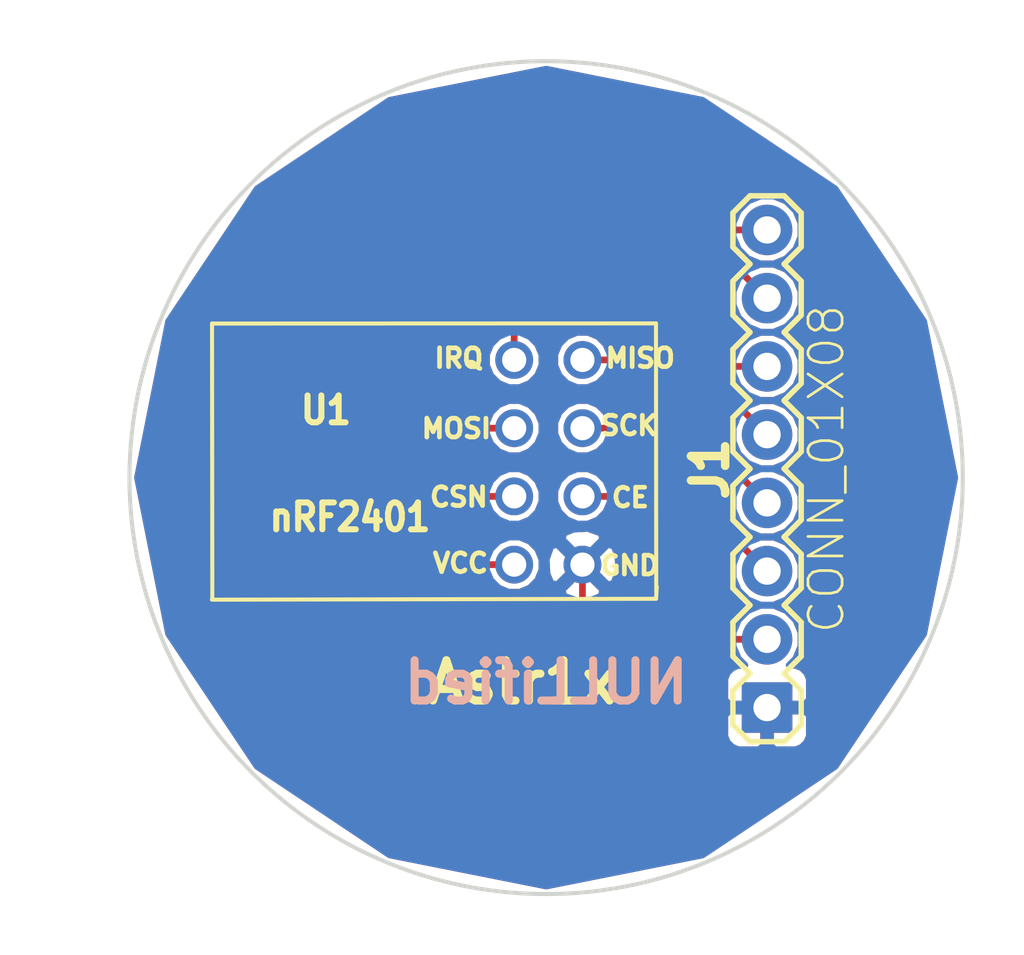
<source format=kicad_pcb>
(kicad_pcb (version 4) (host pcbnew 4.0.6-e0-6349~53~ubuntu16.04.1)

  (general
    (links 8)
    (no_connects 0)
    (area 145.712673 89.832673 176.867327 120.987327)
    (thickness 1.6)
    (drawings 3)
    (tracks 40)
    (zones 0)
    (modules 2)
    (nets 9)
  )

  (page A4)
  (layers
    (0 F.Cu signal)
    (31 B.Cu signal)
    (32 B.Adhes user)
    (33 F.Adhes user)
    (34 B.Paste user)
    (35 F.Paste user)
    (36 B.SilkS user)
    (37 F.SilkS user)
    (38 B.Mask user)
    (39 F.Mask user)
    (40 Dwgs.User user)
    (41 Cmts.User user)
    (42 Eco1.User user)
    (43 Eco2.User user)
    (44 Edge.Cuts user)
    (45 Margin user)
    (46 B.CrtYd user)
    (47 F.CrtYd user)
    (48 B.Fab user)
    (49 F.Fab user)
  )

  (setup
    (last_trace_width 0.25)
    (trace_clearance 0.2)
    (zone_clearance 0.1)
    (zone_45_only no)
    (trace_min 0.2)
    (segment_width 0.2)
    (edge_width 0.15)
    (via_size 0.6)
    (via_drill 0.4)
    (via_min_size 0.4)
    (via_min_drill 0.3)
    (uvia_size 0.3)
    (uvia_drill 0.1)
    (uvias_allowed no)
    (uvia_min_size 0.2)
    (uvia_min_drill 0.1)
    (pcb_text_width 0.3)
    (pcb_text_size 1.5 1.5)
    (mod_edge_width 0.15)
    (mod_text_size 1 1)
    (mod_text_width 0.15)
    (pad_size 1.524 1.524)
    (pad_drill 0.762)
    (pad_to_mask_clearance 0.2)
    (aux_axis_origin 0 0)
    (visible_elements FFFFF77F)
    (pcbplotparams
      (layerselection 0x00030_80000001)
      (usegerberextensions false)
      (excludeedgelayer true)
      (linewidth 0.100000)
      (plotframeref false)
      (viasonmask false)
      (mode 1)
      (useauxorigin false)
      (hpglpennumber 1)
      (hpglpenspeed 20)
      (hpglpendiameter 15)
      (hpglpenoverlay 2)
      (psnegative false)
      (psa4output false)
      (plotreference true)
      (plotvalue true)
      (plotinvisibletext false)
      (padsonsilk false)
      (subtractmaskfromsilk false)
      (outputformat 1)
      (mirror false)
      (drillshape 1)
      (scaleselection 1)
      (outputdirectory ""))
  )

  (net 0 "")
  (net 1 "Net-(J1-Pad1)")
  (net 2 "Net-(J1-Pad2)")
  (net 3 "Net-(J1-Pad3)")
  (net 4 "Net-(J1-Pad4)")
  (net 5 "Net-(J1-Pad5)")
  (net 6 "Net-(J1-Pad6)")
  (net 7 "Net-(J1-Pad7)")
  (net 8 "Net-(J1-Pad8)")

  (net_class Default "This is the default net class."
    (clearance 0.2)
    (trace_width 0.25)
    (via_dia 0.6)
    (via_drill 0.4)
    (uvia_dia 0.3)
    (uvia_drill 0.1)
    (add_net "Net-(J1-Pad1)")
    (add_net "Net-(J1-Pad2)")
    (add_net "Net-(J1-Pad3)")
    (add_net "Net-(J1-Pad4)")
    (add_net "Net-(J1-Pad5)")
    (add_net "Net-(J1-Pad6)")
    (add_net "Net-(J1-Pad7)")
    (add_net "Net-(J1-Pad8)")
  )

  (module "nRF24 breakout board_IoT_Bootcamp:8-Pin Header_1X08" (layer F.Cu) (tedit 59490DC2) (tstamp 59490D04)
    (at 169.4 105.1 90)
    (path /594908A2)
    (attr virtual)
    (fp_text reference J1 (at 0.01 -2.02 90) (layer F.SilkS)
      (effects (font (size 1.27 1.27) (thickness 0.3175)))
    )
    (fp_text value CONN_01X08 (at 0.01 2.32 270) (layer F.SilkS)
      (effects (font (size 1.27 1.27) (thickness 0.1016)))
    )
    (fp_line (start 6.116 0.364) (end 6.624 0.364) (layer Dwgs.User) (width 0.06604))
    (fp_line (start 6.624 0.364) (end 6.624 -0.144) (layer Dwgs.User) (width 0.06604))
    (fp_line (start 6.116 -0.144) (end 6.624 -0.144) (layer Dwgs.User) (width 0.06604))
    (fp_line (start 6.116 0.364) (end 6.116 -0.144) (layer Dwgs.User) (width 0.06604))
    (fp_line (start 3.576 0.364) (end 4.084 0.364) (layer Dwgs.User) (width 0.06604))
    (fp_line (start 4.084 0.364) (end 4.084 -0.144) (layer Dwgs.User) (width 0.06604))
    (fp_line (start 3.576 -0.144) (end 4.084 -0.144) (layer Dwgs.User) (width 0.06604))
    (fp_line (start 3.576 0.364) (end 3.576 -0.144) (layer Dwgs.User) (width 0.06604))
    (fp_line (start 1.036 0.364) (end 1.544 0.364) (layer Dwgs.User) (width 0.06604))
    (fp_line (start 1.544 0.364) (end 1.544 -0.144) (layer Dwgs.User) (width 0.06604))
    (fp_line (start 1.036 -0.144) (end 1.544 -0.144) (layer Dwgs.User) (width 0.06604))
    (fp_line (start 1.036 0.364) (end 1.036 -0.144) (layer Dwgs.User) (width 0.06604))
    (fp_line (start -1.504 0.364) (end -0.996 0.364) (layer Dwgs.User) (width 0.06604))
    (fp_line (start -0.996 0.364) (end -0.996 -0.144) (layer Dwgs.User) (width 0.06604))
    (fp_line (start -1.504 -0.144) (end -0.996 -0.144) (layer Dwgs.User) (width 0.06604))
    (fp_line (start -1.504 0.364) (end -1.504 -0.144) (layer Dwgs.User) (width 0.06604))
    (fp_line (start -4.044 0.364) (end -3.536 0.364) (layer Dwgs.User) (width 0.06604))
    (fp_line (start -3.536 0.364) (end -3.536 -0.144) (layer Dwgs.User) (width 0.06604))
    (fp_line (start -4.044 -0.144) (end -3.536 -0.144) (layer Dwgs.User) (width 0.06604))
    (fp_line (start -4.044 0.364) (end -4.044 -0.144) (layer Dwgs.User) (width 0.06604))
    (fp_line (start -6.584 0.364) (end -6.076 0.364) (layer Dwgs.User) (width 0.06604))
    (fp_line (start -6.076 0.364) (end -6.076 -0.144) (layer Dwgs.User) (width 0.06604))
    (fp_line (start -6.584 -0.144) (end -6.076 -0.144) (layer Dwgs.User) (width 0.06604))
    (fp_line (start -6.584 0.364) (end -6.584 -0.144) (layer Dwgs.User) (width 0.06604))
    (fp_line (start -9.124 0.364) (end -8.616 0.364) (layer Dwgs.User) (width 0.06604))
    (fp_line (start -8.616 0.364) (end -8.616 -0.144) (layer Dwgs.User) (width 0.06604))
    (fp_line (start -9.124 -0.144) (end -8.616 -0.144) (layer Dwgs.User) (width 0.06604))
    (fp_line (start -9.124 0.364) (end -9.124 -0.144) (layer Dwgs.User) (width 0.06604))
    (fp_line (start 8.65346 0.364) (end 9.164 0.364) (layer Dwgs.User) (width 0.06604))
    (fp_line (start 9.164 0.364) (end 9.164 -0.144) (layer Dwgs.User) (width 0.06604))
    (fp_line (start 8.65346 -0.144) (end 9.164 -0.144) (layer Dwgs.User) (width 0.06604))
    (fp_line (start 8.65346 0.364) (end 8.65346 -0.144) (layer Dwgs.User) (width 0.06604))
    (fp_line (start 5.735 -1.16) (end 7.005 -1.16) (layer F.SilkS) (width 0.2032))
    (fp_line (start 7.005 -1.16) (end 7.64 -0.525) (layer F.SilkS) (width 0.2032))
    (fp_line (start 7.64 0.745) (end 7.005 1.38) (layer F.SilkS) (width 0.2032))
    (fp_line (start 2.56 -0.525) (end 3.195 -1.16) (layer F.SilkS) (width 0.2032))
    (fp_line (start 3.195 -1.16) (end 4.465 -1.16) (layer F.SilkS) (width 0.2032))
    (fp_line (start 4.465 -1.16) (end 5.1 -0.525) (layer F.SilkS) (width 0.2032))
    (fp_line (start 5.1 0.745) (end 4.465 1.38) (layer F.SilkS) (width 0.2032))
    (fp_line (start 4.465 1.38) (end 3.195 1.38) (layer F.SilkS) (width 0.2032))
    (fp_line (start 3.195 1.38) (end 2.56 0.745) (layer F.SilkS) (width 0.2032))
    (fp_line (start 5.735 -1.16) (end 5.1 -0.525) (layer F.SilkS) (width 0.2032))
    (fp_line (start 5.1 0.745) (end 5.735 1.38) (layer F.SilkS) (width 0.2032))
    (fp_line (start 7.005 1.38) (end 5.735 1.38) (layer F.SilkS) (width 0.2032))
    (fp_line (start -1.885 -1.16) (end -0.615 -1.16) (layer F.SilkS) (width 0.2032))
    (fp_line (start -0.615 -1.16) (end 0.02 -0.525) (layer F.SilkS) (width 0.2032))
    (fp_line (start 0.02 0.745) (end -0.615 1.38) (layer F.SilkS) (width 0.2032))
    (fp_line (start 0.02 -0.525) (end 0.655 -1.16) (layer F.SilkS) (width 0.2032))
    (fp_line (start 0.655 -1.16) (end 1.925 -1.16) (layer F.SilkS) (width 0.2032))
    (fp_line (start 1.925 -1.16) (end 2.56 -0.525) (layer F.SilkS) (width 0.2032))
    (fp_line (start 2.56 0.745) (end 1.925 1.38) (layer F.SilkS) (width 0.2032))
    (fp_line (start 1.925 1.38) (end 0.655 1.38) (layer F.SilkS) (width 0.2032))
    (fp_line (start 0.655 1.38) (end 0.02 0.745) (layer F.SilkS) (width 0.2032))
    (fp_line (start -5.06 -0.525) (end -4.425 -1.16) (layer F.SilkS) (width 0.2032))
    (fp_line (start -4.425 -1.16) (end -3.155 -1.16) (layer F.SilkS) (width 0.2032))
    (fp_line (start -3.155 -1.16) (end -2.52 -0.525) (layer F.SilkS) (width 0.2032))
    (fp_line (start -2.52 0.745) (end -3.155 1.38) (layer F.SilkS) (width 0.2032))
    (fp_line (start -3.155 1.38) (end -4.425 1.38) (layer F.SilkS) (width 0.2032))
    (fp_line (start -4.425 1.38) (end -5.06 0.745) (layer F.SilkS) (width 0.2032))
    (fp_line (start -1.885 -1.16) (end -2.52 -0.525) (layer F.SilkS) (width 0.2032))
    (fp_line (start -2.52 0.745) (end -1.885 1.38) (layer F.SilkS) (width 0.2032))
    (fp_line (start -0.615 1.38) (end -1.885 1.38) (layer F.SilkS) (width 0.2032))
    (fp_line (start -9.505 -1.16) (end -8.235 -1.16) (layer F.SilkS) (width 0.2032))
    (fp_line (start -8.235 -1.16) (end -7.6 -0.525) (layer F.SilkS) (width 0.2032))
    (fp_line (start -7.6 0.745) (end -8.235 1.38) (layer F.SilkS) (width 0.2032))
    (fp_line (start -7.6 -0.525) (end -6.965 -1.16) (layer F.SilkS) (width 0.2032))
    (fp_line (start -6.965 -1.16) (end -5.695 -1.16) (layer F.SilkS) (width 0.2032))
    (fp_line (start -5.695 -1.16) (end -5.06 -0.525) (layer F.SilkS) (width 0.2032))
    (fp_line (start -5.06 0.745) (end -5.695 1.38) (layer F.SilkS) (width 0.2032))
    (fp_line (start -5.695 1.38) (end -6.965 1.38) (layer F.SilkS) (width 0.2032))
    (fp_line (start -6.965 1.38) (end -7.6 0.745) (layer F.SilkS) (width 0.2032))
    (fp_line (start -10.14 -0.525) (end -10.14 0.745) (layer F.SilkS) (width 0.2032))
    (fp_line (start -9.505 -1.16) (end -10.14 -0.525) (layer F.SilkS) (width 0.2032))
    (fp_line (start -10.14 0.745) (end -9.505 1.38) (layer F.SilkS) (width 0.2032))
    (fp_line (start -8.235 1.38) (end -9.505 1.38) (layer F.SilkS) (width 0.2032))
    (fp_line (start 8.275 -1.16) (end 9.545 -1.16) (layer F.SilkS) (width 0.2032))
    (fp_line (start 9.545 -1.16) (end 10.18 -0.525) (layer F.SilkS) (width 0.2032))
    (fp_line (start 10.18 -0.525) (end 10.18 0.745) (layer F.SilkS) (width 0.2032))
    (fp_line (start 10.18 0.745) (end 9.545 1.38) (layer F.SilkS) (width 0.2032))
    (fp_line (start 8.275 -1.16) (end 7.64 -0.525) (layer F.SilkS) (width 0.2032))
    (fp_line (start 7.64 0.745) (end 8.275 1.38) (layer F.SilkS) (width 0.2032))
    (fp_line (start 9.545 1.38) (end 8.275 1.38) (layer F.SilkS) (width 0.2032))
    (pad 1 thru_hole rect (at -8.87 0.11 90) (size 1.8796 1.8796) (drill 1.016) (layers *.Cu *.Paste *.Mask)
      (net 1 "Net-(J1-Pad1)"))
    (pad 2 thru_hole circle (at -6.33 0.11 90) (size 1.8796 1.8796) (drill 1.016) (layers *.Cu *.Paste *.Mask)
      (net 2 "Net-(J1-Pad2)"))
    (pad 3 thru_hole circle (at -3.79 0.11 90) (size 1.8796 1.8796) (drill 1.016) (layers *.Cu *.Paste *.Mask)
      (net 3 "Net-(J1-Pad3)"))
    (pad 4 thru_hole circle (at -1.25 0.11 90) (size 1.8796 1.8796) (drill 1.016) (layers *.Cu *.Paste *.Mask)
      (net 4 "Net-(J1-Pad4)"))
    (pad 5 thru_hole circle (at 1.29 0.11 90) (size 1.8796 1.8796) (drill 1.016) (layers *.Cu *.Paste *.Mask)
      (net 5 "Net-(J1-Pad5)"))
    (pad 6 thru_hole circle (at 3.83 0.11 90) (size 1.8796 1.8796) (drill 1.016) (layers *.Cu *.Paste *.Mask)
      (net 6 "Net-(J1-Pad6)"))
    (pad 7 thru_hole circle (at 6.37 0.11 90) (size 1.8796 1.8796) (drill 1.016) (layers *.Cu *.Paste *.Mask)
      (net 7 "Net-(J1-Pad7)"))
    (pad 8 thru_hole circle (at 8.91 0.11 90) (size 1.8796 1.8796) (drill 1.016) (layers *.Cu *.Paste *.Mask)
      (net 8 "Net-(J1-Pad8)"))
  )

  (module "nRF24 breakout board_IoT_Bootcamp:NRF24 Module" (layer F.Cu) (tedit 59473A65) (tstamp 59490D1D)
    (at 148.5011 105.0036)
    (descr "Module with PCB aerial.Some dimensions should be measured - silkscreen is approximate, hole diameter unknown.")
    (path /594901E0)
    (fp_text reference U1 (at 4.5974 -2.10312) (layer F.SilkS)
      (effects (font (size 1 0.9) (thickness 0.225)))
    )
    (fp_text value nRF2401 (at 5.49148 1.8796) (layer F.SilkS)
      (effects (font (size 1 0.9) (thickness 0.225)))
    )
    (fp_text user VCC (at 9.6 3.59) (layer F.SilkS)
      (effects (font (size 0.7 0.7) (thickness 0.175)))
    )
    (fp_text user CSN (at 9.54 1.13) (layer F.SilkS)
      (effects (font (size 0.7 0.7) (thickness 0.175)))
    )
    (fp_text user MOSI (at 9.45 -1.42) (layer F.SilkS)
      (effects (font (size 0.7 0.7) (thickness 0.175)))
    )
    (fp_text user IRQ (at 9.54 -4.04) (layer F.SilkS)
      (effects (font (size 0.7 0.7) (thickness 0.175)))
    )
    (fp_text user MISO (at 16.29 -4.04) (layer F.SilkS)
      (effects (font (size 0.7 0.7) (thickness 0.175)))
    )
    (fp_text user SCK (at 15.87 -1.53) (layer F.SilkS)
      (effects (font (size 0.7 0.7) (thickness 0.175)))
    )
    (fp_text user CE (at 15.92 1.15) (layer F.SilkS)
      (effects (font (size 0.7 0.7) (thickness 0.175)))
    )
    (fp_text user GND (at 15.9 3.68) (layer F.SilkS)
      (effects (font (size 0.7 0.7) (thickness 0.175)))
    )
    (fp_line (start 16.8783 4.91744) (end 16.90624 4.4704) (layer F.SilkS) (width 0.15))
    (fp_line (start 0.3556 4.95046) (end 16.8783 4.91744) (layer F.SilkS) (width 0.15))
    (fp_line (start 16.87576 -5.334) (end 16.88592 4.65328) (layer F.SilkS) (width 0.15))
    (fp_line (start 0.35814 -5.32892) (end 16.87576 -5.334) (layer F.SilkS) (width 0.15))
    (fp_line (start 0.3683 4.94538) (end 0.35814 -5.32892) (layer F.SilkS) (width 0.15))
    (pad 0 thru_hole circle (at 14.140259 3.645701 90) (size 1.408 1.408) (drill 0.9) (layers *.Cu *.Mask)
      (net 1 "Net-(J1-Pad1)"))
    (pad 7 thru_hole circle (at 11.600259 3.645701 90) (size 1.408 1.408) (drill 0.9) (layers *.Cu *.Mask)
      (net 8 "Net-(J1-Pad8)"))
    (pad 1 thru_hole circle (at 14.140259 1.105701 90) (size 1.408 1.408) (drill 0.9) (layers *.Cu *.Mask)
      (net 2 "Net-(J1-Pad2)"))
    (pad 6 thru_hole circle (at 11.600259 1.105701 180) (size 1.408 1.408) (drill 0.9) (layers *.Cu *.Mask)
      (net 7 "Net-(J1-Pad7)"))
    (pad 2 thru_hole circle (at 14.140259 -1.434299 90) (size 1.408 1.408) (drill 0.9) (layers *.Cu *.Mask)
      (net 3 "Net-(J1-Pad3)"))
    (pad 5 thru_hole circle (at 11.600259 -1.434299 90) (size 1.408 1.408) (drill 0.9) (layers *.Cu *.Mask)
      (net 6 "Net-(J1-Pad6)"))
    (pad 3 thru_hole circle (at 14.140259 -3.974299 90) (size 1.408 1.408) (drill 0.9) (layers *.Cu *.Mask)
      (net 4 "Net-(J1-Pad4)"))
    (pad 4 thru_hole circle (at 11.600259 -3.974299 90) (size 1.408 1.408) (drill 0.9) (layers *.Cu *.Mask)
      (net 5 "Net-(J1-Pad5)"))
  )

  (gr_circle (center 161.29 105.41) (end 170.18 118.11) (layer Edge.Cuts) (width 0.15))
  (gr_text NULLified (at 161.29 113.03) (layer B.SilkS)
    (effects (font (size 1.5 1.5) (thickness 0.3)) (justify mirror))
  )
  (gr_text Astr1x (at 160.4 113.03) (layer F.SilkS)
    (effects (font (size 1.5 1.5) (thickness 0.3)))
  )

  (segment (start 162.641359 108.649301) (end 162.641359 110.541359) (width 0.25) (layer F.Cu) (net 1))
  (segment (start 162.641359 110.541359) (end 166 113.9) (width 0.25) (layer F.Cu) (net 1) (tstamp 59491916))
  (segment (start 166 113.9) (end 169.44 113.9) (width 0.25) (layer F.Cu) (net 1) (tstamp 59491917))
  (segment (start 169.44 113.9) (end 169.51 113.97) (width 0.25) (layer F.Cu) (net 1) (tstamp 59491919))
  (segment (start 162.641359 106.109301) (end 164.309301 106.109301) (width 0.25) (layer F.Cu) (net 2))
  (segment (start 164.309301 106.109301) (end 166.2 108) (width 0.25) (layer F.Cu) (net 2) (tstamp 59491897))
  (segment (start 166.2 108) (end 166.2 110.3) (width 0.25) (layer F.Cu) (net 2) (tstamp 59491899))
  (segment (start 166.2 110.3) (end 167.33 111.43) (width 0.25) (layer F.Cu) (net 2) (tstamp 5949189B))
  (segment (start 167.33 111.43) (end 169.51 111.43) (width 0.25) (layer F.Cu) (net 2) (tstamp 5949189C))
  (segment (start 162.641359 103.569301) (end 165.469301 103.569301) (width 0.25) (layer F.Cu) (net 3))
  (segment (start 165.469301 103.569301) (end 167.3 105.4) (width 0.25) (layer F.Cu) (net 3) (tstamp 594918A8))
  (segment (start 167.3 105.4) (end 167.3 106.68) (width 0.25) (layer F.Cu) (net 3) (tstamp 594918A9))
  (segment (start 167.3 106.68) (end 169.51 108.89) (width 0.25) (layer F.Cu) (net 3) (tstamp 594918AB))
  (segment (start 162.641359 101.029301) (end 165.629301 101.029301) (width 0.25) (layer F.Cu) (net 4))
  (segment (start 165.629301 101.029301) (end 166.285 101.685) (width 0.25) (layer F.Cu) (net 4) (tstamp 594918AF))
  (segment (start 166.285 101.685) (end 167.6 103) (width 0.25) (layer F.Cu) (net 4) (tstamp 5949F0C2))
  (segment (start 167.6 103) (end 167.6 104.44) (width 0.25) (layer F.Cu) (net 4) (tstamp 594918B1))
  (segment (start 167.6 104.44) (end 169.51 106.35) (width 0.25) (layer F.Cu) (net 4) (tstamp 594918B2))
  (segment (start 160.101359 101.029301) (end 160.101359 99.141359) (width 0.25) (layer F.Cu) (net 5) (status 400000))
  (segment (start 164.76 99.06) (end 169.51 103.81) (width 0.25) (layer F.Cu) (net 5) (tstamp 5949F0D3) (status 800000))
  (segment (start 160.182718 99.06) (end 164.76 99.06) (width 0.25) (layer F.Cu) (net 5) (tstamp 5949F0CF))
  (segment (start 160.101359 99.141359) (end 160.182718 99.06) (width 0.25) (layer F.Cu) (net 5) (tstamp 5949F0CB))
  (segment (start 160.101359 103.569301) (end 158.669301 103.569301) (width 0.25) (layer F.Cu) (net 6))
  (segment (start 158.669301 103.569301) (end 158 102.9) (width 0.25) (layer F.Cu) (net 6) (tstamp 594918FC))
  (segment (start 158 102.9) (end 158 99) (width 0.25) (layer F.Cu) (net 6) (tstamp 594918FE))
  (segment (start 158 99) (end 159.1 97.9) (width 0.25) (layer F.Cu) (net 6) (tstamp 594918FF))
  (segment (start 159.1 97.9) (end 164.8 97.9) (width 0.25) (layer F.Cu) (net 6) (tstamp 59491900))
  (segment (start 164.8 97.9) (end 168.17 101.27) (width 0.25) (layer F.Cu) (net 6) (tstamp 59491901))
  (segment (start 168.17 101.27) (end 169.51 101.27) (width 0.25) (layer F.Cu) (net 6) (tstamp 59491902))
  (segment (start 160.101359 106.109301) (end 158.009301 106.109301) (width 0.25) (layer F.Cu) (net 7))
  (segment (start 158.009301 106.109301) (end 156.6 104.7) (width 0.25) (layer F.Cu) (net 7) (tstamp 59491909))
  (segment (start 156.6 104.7) (end 156.6 98.3) (width 0.25) (layer F.Cu) (net 7) (tstamp 5949190B))
  (segment (start 156.6 98.3) (end 157.8 97.1) (width 0.25) (layer F.Cu) (net 7) (tstamp 5949190D))
  (segment (start 157.8 97.1) (end 167.88 97.1) (width 0.25) (layer F.Cu) (net 7) (tstamp 5949190F))
  (segment (start 167.88 97.1) (end 169.51 98.73) (width 0.25) (layer F.Cu) (net 7) (tstamp 59491911))
  (segment (start 160.101359 108.649301) (end 157.449301 108.649301) (width 0.25) (layer F.Cu) (net 8))
  (segment (start 157.449301 108.649301) (end 155.4 106.6) (width 0.25) (layer F.Cu) (net 8) (tstamp 594918C9))
  (segment (start 155.4 106.6) (end 155.4 97.1) (width 0.25) (layer F.Cu) (net 8) (tstamp 594918CA))
  (segment (start 155.4 97.1) (end 156.31 96.19) (width 0.25) (layer F.Cu) (net 8) (tstamp 594918CB))
  (segment (start 156.31 96.19) (end 169.51 96.19) (width 0.25) (layer F.Cu) (net 8) (tstamp 594918CC))

  (zone (net 1) (net_name "Net-(J1-Pad1)") (layer F.Cu) (tstamp 5949EE34) (hatch edge 0.508)
    (connect_pads (clearance 0.1))
    (min_thickness 0.254)
    (fill yes (arc_segments 16) (thermal_gap 0.4) (thermal_bridge_width 0.508))
    (polygon
      (pts
        (xy 177.8 121.92) (xy 142.24 121.92) (xy 142.24 88.9) (xy 177.8 88.9) (xy 177.8 121.92)
      )
    )
    (filled_polygon
      (pts
        (xy 167.106913 91.36673) (xy 172.038254 94.661746) (xy 175.33327 99.593087) (xy 176.490326 105.41) (xy 175.33327 111.226913)
        (xy 172.038254 116.158254) (xy 167.106913 119.45327) (xy 161.29 120.610326) (xy 155.473087 119.45327) (xy 150.541746 116.158254)
        (xy 149.270534 114.25575) (xy 167.9352 114.25575) (xy 167.9352 115.036109) (xy 168.031873 115.269498) (xy 168.210501 115.448127)
        (xy 168.44389 115.5448) (xy 169.22425 115.5448) (xy 169.383 115.38605) (xy 169.383 114.097) (xy 169.637 114.097)
        (xy 169.637 115.38605) (xy 169.79575 115.5448) (xy 170.57611 115.5448) (xy 170.809499 115.448127) (xy 170.988127 115.269498)
        (xy 171.0848 115.036109) (xy 171.0848 114.25575) (xy 170.92605 114.097) (xy 169.637 114.097) (xy 169.383 114.097)
        (xy 168.09395 114.097) (xy 167.9352 114.25575) (xy 149.270534 114.25575) (xy 147.24673 111.226913) (xy 146.089674 105.41)
        (xy 147.24673 99.593087) (xy 148.912557 97.1) (xy 154.948 97.1) (xy 154.948 106.6) (xy 154.982406 106.772973)
        (xy 155.080388 106.919612) (xy 157.129689 108.968913) (xy 157.276328 109.066895) (xy 157.449301 109.101301) (xy 159.172578 109.101301)
        (xy 159.22681 109.232552) (xy 159.516582 109.52283) (xy 159.895381 109.680121) (xy 160.305538 109.680479) (xy 160.530622 109.587476)
        (xy 161.882789 109.587476) (xy 161.94512 109.823657) (xy 162.447525 110.000703) (xy 162.979438 109.972011) (xy 163.337598 109.823657)
        (xy 163.399929 109.587476) (xy 162.641359 108.828906) (xy 161.882789 109.587476) (xy 160.530622 109.587476) (xy 160.68461 109.52385)
        (xy 160.974888 109.234078) (xy 161.132179 108.855279) (xy 161.132527 108.455467) (xy 161.289957 108.455467) (xy 161.318649 108.98738)
        (xy 161.467003 109.34554) (xy 161.703184 109.407871) (xy 162.461754 108.649301) (xy 162.820964 108.649301) (xy 163.579534 109.407871)
        (xy 163.815715 109.34554) (xy 163.992761 108.843135) (xy 163.964069 108.311222) (xy 163.815715 107.953062) (xy 163.579534 107.890731)
        (xy 162.820964 108.649301) (xy 162.461754 108.649301) (xy 161.703184 107.890731) (xy 161.467003 107.953062) (xy 161.289957 108.455467)
        (xy 161.132527 108.455467) (xy 161.132537 108.445122) (xy 160.975908 108.06605) (xy 160.686136 107.775772) (xy 160.530452 107.711126)
        (xy 161.882789 107.711126) (xy 162.641359 108.469696) (xy 163.399929 107.711126) (xy 163.337598 107.474945) (xy 162.835193 107.297899)
        (xy 162.30328 107.326591) (xy 161.94512 107.474945) (xy 161.882789 107.711126) (xy 160.530452 107.711126) (xy 160.307337 107.618481)
        (xy 159.89718 107.618123) (xy 159.518108 107.774752) (xy 159.22783 108.064524) (xy 159.172696 108.197301) (xy 157.636525 108.197301)
        (xy 155.852 106.412776) (xy 155.852 98.3) (xy 156.148 98.3) (xy 156.148 104.7) (xy 156.182406 104.872973)
        (xy 156.280388 105.019612) (xy 157.689689 106.428914) (xy 157.836328 106.526895) (xy 158.009301 106.561301) (xy 159.172578 106.561301)
        (xy 159.22681 106.692552) (xy 159.516582 106.98283) (xy 159.895381 107.140121) (xy 160.305538 107.140479) (xy 160.68461 106.98385)
        (xy 160.974888 106.694078) (xy 161.132179 106.315279) (xy 161.13218 106.31348) (xy 161.610181 106.31348) (xy 161.76681 106.692552)
        (xy 162.056582 106.98283) (xy 162.435381 107.140121) (xy 162.845538 107.140479) (xy 163.22461 106.98385) (xy 163.514888 106.694078)
        (xy 163.570022 106.561301) (xy 164.122077 106.561301) (xy 165.748 108.187224) (xy 165.748 110.3) (xy 165.782406 110.472973)
        (xy 165.880388 110.619612) (xy 167.010388 111.749612) (xy 167.157027 111.847594) (xy 167.33 111.882) (xy 168.326083 111.882)
        (xy 168.435433 112.146647) (xy 168.683553 112.3952) (xy 168.44389 112.3952) (xy 168.210501 112.491873) (xy 168.031873 112.670502)
        (xy 167.9352 112.903891) (xy 167.9352 113.68425) (xy 168.09395 113.843) (xy 169.383 113.843) (xy 169.383 113.823)
        (xy 169.637 113.823) (xy 169.637 113.843) (xy 170.92605 113.843) (xy 171.0848 113.68425) (xy 171.0848 112.903891)
        (xy 170.988127 112.670502) (xy 170.809499 112.491873) (xy 170.57611 112.3952) (xy 170.336205 112.3952) (xy 170.583314 112.148521)
        (xy 170.77658 111.683088) (xy 170.777019 111.179123) (xy 170.584567 110.713353) (xy 170.228521 110.356686) (xy 169.763088 110.16342)
        (xy 169.259123 110.162981) (xy 168.793353 110.355433) (xy 168.436686 110.711479) (xy 168.326016 110.978) (xy 167.517224 110.978)
        (xy 166.652 110.112776) (xy 166.652 108) (xy 166.617594 107.827027) (xy 166.519612 107.680388) (xy 164.628913 105.789689)
        (xy 164.482274 105.691707) (xy 164.309301 105.657301) (xy 163.57014 105.657301) (xy 163.515908 105.52605) (xy 163.226136 105.235772)
        (xy 162.847337 105.078481) (xy 162.43718 105.078123) (xy 162.058108 105.234752) (xy 161.76783 105.524524) (xy 161.610539 105.903323)
        (xy 161.610181 106.31348) (xy 161.13218 106.31348) (xy 161.132537 105.905122) (xy 160.975908 105.52605) (xy 160.686136 105.235772)
        (xy 160.307337 105.078481) (xy 159.89718 105.078123) (xy 159.518108 105.234752) (xy 159.22783 105.524524) (xy 159.172696 105.657301)
        (xy 158.196526 105.657301) (xy 157.052 104.512776) (xy 157.052 98.487224) (xy 157.987224 97.552) (xy 158.822873 97.552)
        (xy 158.780388 97.580388) (xy 157.680388 98.680388) (xy 157.582406 98.827027) (xy 157.548 99) (xy 157.548 102.9)
        (xy 157.582406 103.072973) (xy 157.680388 103.219612) (xy 158.349689 103.888914) (xy 158.496328 103.986895) (xy 158.669301 104.021301)
        (xy 159.172578 104.021301) (xy 159.22681 104.152552) (xy 159.516582 104.44283) (xy 159.895381 104.600121) (xy 160.305538 104.600479)
        (xy 160.68461 104.44385) (xy 160.974888 104.154078) (xy 161.132179 103.775279) (xy 161.132537 103.365122) (xy 160.975908 102.98605)
        (xy 160.686136 102.695772) (xy 160.307337 102.538481) (xy 159.89718 102.538123) (xy 159.518108 102.694752) (xy 159.22783 102.984524)
        (xy 159.172696 103.117301) (xy 158.856526 103.117301) (xy 158.452 102.712776) (xy 158.452 99.187224) (xy 159.287224 98.352)
        (xy 164.612776 98.352) (xy 164.895785 98.635009) (xy 164.76 98.608) (xy 160.182718 98.608) (xy 160.009745 98.642406)
        (xy 159.863106 98.740388) (xy 159.781747 98.821747) (xy 159.683765 98.968386) (xy 159.649359 99.141359) (xy 159.649359 100.10052)
        (xy 159.518108 100.154752) (xy 159.22783 100.444524) (xy 159.070539 100.823323) (xy 159.070181 101.23348) (xy 159.22681 101.612552)
        (xy 159.516582 101.90283) (xy 159.895381 102.060121) (xy 160.305538 102.060479) (xy 160.68461 101.90385) (xy 160.974888 101.614078)
        (xy 161.132179 101.235279) (xy 161.132537 100.825122) (xy 160.975908 100.44605) (xy 160.686136 100.155772) (xy 160.553359 100.100638)
        (xy 160.553359 99.512) (xy 164.572776 99.512) (xy 165.640256 100.57948) (xy 165.629301 100.577301) (xy 163.57014 100.577301)
        (xy 163.515908 100.44605) (xy 163.226136 100.155772) (xy 162.847337 99.998481) (xy 162.43718 99.998123) (xy 162.058108 100.154752)
        (xy 161.76783 100.444524) (xy 161.610539 100.823323) (xy 161.610181 101.23348) (xy 161.76681 101.612552) (xy 162.056582 101.90283)
        (xy 162.435381 102.060121) (xy 162.845538 102.060479) (xy 163.22461 101.90385) (xy 163.514888 101.614078) (xy 163.570022 101.481301)
        (xy 165.442077 101.481301) (xy 165.965387 102.004612) (xy 165.96539 102.004614) (xy 167.148 103.187224) (xy 167.148 104.44)
        (xy 167.182406 104.612973) (xy 167.243237 104.704012) (xy 165.788913 103.249689) (xy 165.642274 103.151707) (xy 165.469301 103.117301)
        (xy 163.57014 103.117301) (xy 163.515908 102.98605) (xy 163.226136 102.695772) (xy 162.847337 102.538481) (xy 162.43718 102.538123)
        (xy 162.058108 102.694752) (xy 161.76783 102.984524) (xy 161.610539 103.363323) (xy 161.610181 103.77348) (xy 161.76681 104.152552)
        (xy 162.056582 104.44283) (xy 162.435381 104.600121) (xy 162.845538 104.600479) (xy 163.22461 104.44385) (xy 163.514888 104.154078)
        (xy 163.570022 104.021301) (xy 165.282077 104.021301) (xy 166.848 105.587225) (xy 166.848 106.68) (xy 166.882406 106.852973)
        (xy 166.980388 106.999612) (xy 168.353232 108.372456) (xy 168.24342 108.636912) (xy 168.242981 109.140877) (xy 168.435433 109.606647)
        (xy 168.791479 109.963314) (xy 169.256912 110.15658) (xy 169.760877 110.157019) (xy 170.226647 109.964567) (xy 170.583314 109.608521)
        (xy 170.77658 109.143088) (xy 170.777019 108.639123) (xy 170.584567 108.173353) (xy 170.228521 107.816686) (xy 169.763088 107.62342)
        (xy 169.259123 107.622981) (xy 168.992409 107.733185) (xy 167.752 106.492776) (xy 167.752 105.4) (xy 167.717594 105.227027)
        (xy 167.667462 105.152) (xy 167.656763 105.135987) (xy 168.353232 105.832456) (xy 168.24342 106.096912) (xy 168.242981 106.600877)
        (xy 168.435433 107.066647) (xy 168.791479 107.423314) (xy 169.256912 107.61658) (xy 169.760877 107.617019) (xy 170.226647 107.424567)
        (xy 170.583314 107.068521) (xy 170.77658 106.603088) (xy 170.777019 106.099123) (xy 170.584567 105.633353) (xy 170.228521 105.276686)
        (xy 169.763088 105.08342) (xy 169.259123 105.082981) (xy 168.992409 105.193185) (xy 168.052 104.252776) (xy 168.052 103)
        (xy 168.049821 102.989046) (xy 168.353232 103.292457) (xy 168.24342 103.556912) (xy 168.242981 104.060877) (xy 168.435433 104.526647)
        (xy 168.791479 104.883314) (xy 169.256912 105.07658) (xy 169.760877 105.077019) (xy 170.226647 104.884567) (xy 170.583314 104.528521)
        (xy 170.77658 104.063088) (xy 170.777019 103.559123) (xy 170.584567 103.093353) (xy 170.228521 102.736686) (xy 169.763088 102.54342)
        (xy 169.259123 102.542981) (xy 168.992409 102.653185) (xy 168.034216 101.694991) (xy 168.17 101.722) (xy 168.326083 101.722)
        (xy 168.435433 101.986647) (xy 168.791479 102.343314) (xy 169.256912 102.53658) (xy 169.760877 102.537019) (xy 170.226647 102.344567)
        (xy 170.583314 101.988521) (xy 170.77658 101.523088) (xy 170.777019 101.019123) (xy 170.584567 100.553353) (xy 170.228521 100.196686)
        (xy 169.763088 100.00342) (xy 169.259123 100.002981) (xy 168.793353 100.195433) (xy 168.436686 100.551479) (xy 168.335173 100.795949)
        (xy 165.119612 97.580388) (xy 165.077127 97.552) (xy 167.692776 97.552) (xy 168.353232 98.212456) (xy 168.24342 98.476912)
        (xy 168.242981 98.980877) (xy 168.435433 99.446647) (xy 168.791479 99.803314) (xy 169.256912 99.99658) (xy 169.760877 99.997019)
        (xy 170.226647 99.804567) (xy 170.583314 99.448521) (xy 170.77658 98.983088) (xy 170.777019 98.479123) (xy 170.584567 98.013353)
        (xy 170.228521 97.656686) (xy 169.763088 97.46342) (xy 169.259123 97.462981) (xy 168.992409 97.573185) (xy 168.199612 96.780388)
        (xy 168.052973 96.682406) (xy 167.88 96.648) (xy 157.8 96.648) (xy 157.627027 96.682406) (xy 157.480388 96.780388)
        (xy 156.280388 97.980388) (xy 156.182406 98.127027) (xy 156.148 98.3) (xy 155.852 98.3) (xy 155.852 97.287224)
        (xy 156.497225 96.642) (xy 168.326083 96.642) (xy 168.435433 96.906647) (xy 168.791479 97.263314) (xy 169.256912 97.45658)
        (xy 169.760877 97.457019) (xy 170.226647 97.264567) (xy 170.583314 96.908521) (xy 170.77658 96.443088) (xy 170.777019 95.939123)
        (xy 170.584567 95.473353) (xy 170.228521 95.116686) (xy 169.763088 94.92342) (xy 169.259123 94.922981) (xy 168.793353 95.115433)
        (xy 168.436686 95.471479) (xy 168.326016 95.738) (xy 156.31 95.738) (xy 156.137027 95.772406) (xy 155.990387 95.870388)
        (xy 155.080388 96.780388) (xy 154.982406 96.927027) (xy 154.948 97.1) (xy 148.912557 97.1) (xy 150.541746 94.661746)
        (xy 155.473087 91.36673) (xy 161.29 90.209674)
      )
    )
  )
  (zone (net 1) (net_name "Net-(J1-Pad1)") (layer B.Cu) (tstamp 5949F145) (hatch edge 0.508)
    (connect_pads (clearance 0.1))
    (min_thickness 0.254)
    (fill yes (arc_segments 16) (thermal_gap 0.508) (thermal_bridge_width 0.508))
    (polygon
      (pts
        (xy 163.83 123.19) (xy 140.97 123.19) (xy 140.97 87.63) (xy 179.07 87.63) (xy 179.07 123.19)
      )
    )
    (filled_polygon
      (pts
        (xy 167.106913 91.36673) (xy 172.038254 94.661746) (xy 175.33327 99.593087) (xy 176.490326 105.41) (xy 175.33327 111.226913)
        (xy 172.038254 116.158254) (xy 167.106913 119.45327) (xy 161.29 120.610326) (xy 155.473087 119.45327) (xy 150.541746 116.158254)
        (xy 149.270534 114.25575) (xy 167.9352 114.25575) (xy 167.9352 115.036109) (xy 168.031873 115.269498) (xy 168.210501 115.448127)
        (xy 168.44389 115.5448) (xy 169.22425 115.5448) (xy 169.383 115.38605) (xy 169.383 114.097) (xy 169.637 114.097)
        (xy 169.637 115.38605) (xy 169.79575 115.5448) (xy 170.57611 115.5448) (xy 170.809499 115.448127) (xy 170.988127 115.269498)
        (xy 171.0848 115.036109) (xy 171.0848 114.25575) (xy 170.92605 114.097) (xy 169.637 114.097) (xy 169.383 114.097)
        (xy 168.09395 114.097) (xy 167.9352 114.25575) (xy 149.270534 114.25575) (xy 148.367251 112.903891) (xy 167.9352 112.903891)
        (xy 167.9352 113.68425) (xy 168.09395 113.843) (xy 169.383 113.843) (xy 169.383 113.823) (xy 169.637 113.823)
        (xy 169.637 113.843) (xy 170.92605 113.843) (xy 171.0848 113.68425) (xy 171.0848 112.903891) (xy 170.988127 112.670502)
        (xy 170.809499 112.491873) (xy 170.57611 112.3952) (xy 170.336205 112.3952) (xy 170.583314 112.148521) (xy 170.77658 111.683088)
        (xy 170.777019 111.179123) (xy 170.584567 110.713353) (xy 170.228521 110.356686) (xy 169.763088 110.16342) (xy 169.259123 110.162981)
        (xy 168.793353 110.355433) (xy 168.436686 110.711479) (xy 168.24342 111.176912) (xy 168.242981 111.680877) (xy 168.435433 112.146647)
        (xy 168.683553 112.3952) (xy 168.44389 112.3952) (xy 168.210501 112.491873) (xy 168.031873 112.670502) (xy 167.9352 112.903891)
        (xy 148.367251 112.903891) (xy 147.24673 111.226913) (xy 146.774625 108.85348) (xy 159.070181 108.85348) (xy 159.22681 109.232552)
        (xy 159.516582 109.52283) (xy 159.895381 109.680121) (xy 160.305538 109.680479) (xy 160.530622 109.587476) (xy 161.882789 109.587476)
        (xy 161.94512 109.823657) (xy 162.447525 110.000703) (xy 162.979438 109.972011) (xy 163.337598 109.823657) (xy 163.399929 109.587476)
        (xy 162.641359 108.828906) (xy 161.882789 109.587476) (xy 160.530622 109.587476) (xy 160.68461 109.52385) (xy 160.974888 109.234078)
        (xy 161.132179 108.855279) (xy 161.132527 108.455467) (xy 161.289957 108.455467) (xy 161.318649 108.98738) (xy 161.467003 109.34554)
        (xy 161.703184 109.407871) (xy 162.461754 108.649301) (xy 162.820964 108.649301) (xy 163.579534 109.407871) (xy 163.815715 109.34554)
        (xy 163.887837 109.140877) (xy 168.242981 109.140877) (xy 168.435433 109.606647) (xy 168.791479 109.963314) (xy 169.256912 110.15658)
        (xy 169.760877 110.157019) (xy 170.226647 109.964567) (xy 170.583314 109.608521) (xy 170.77658 109.143088) (xy 170.777019 108.639123)
        (xy 170.584567 108.173353) (xy 170.228521 107.816686) (xy 169.763088 107.62342) (xy 169.259123 107.622981) (xy 168.793353 107.815433)
        (xy 168.436686 108.171479) (xy 168.24342 108.636912) (xy 168.242981 109.140877) (xy 163.887837 109.140877) (xy 163.992761 108.843135)
        (xy 163.964069 108.311222) (xy 163.815715 107.953062) (xy 163.579534 107.890731) (xy 162.820964 108.649301) (xy 162.461754 108.649301)
        (xy 161.703184 107.890731) (xy 161.467003 107.953062) (xy 161.289957 108.455467) (xy 161.132527 108.455467) (xy 161.132537 108.445122)
        (xy 160.975908 108.06605) (xy 160.686136 107.775772) (xy 160.530452 107.711126) (xy 161.882789 107.711126) (xy 162.641359 108.469696)
        (xy 163.399929 107.711126) (xy 163.337598 107.474945) (xy 162.835193 107.297899) (xy 162.30328 107.326591) (xy 161.94512 107.474945)
        (xy 161.882789 107.711126) (xy 160.530452 107.711126) (xy 160.307337 107.618481) (xy 159.89718 107.618123) (xy 159.518108 107.774752)
        (xy 159.22783 108.064524) (xy 159.070539 108.443323) (xy 159.070181 108.85348) (xy 146.774625 108.85348) (xy 146.269388 106.31348)
        (xy 159.070181 106.31348) (xy 159.22681 106.692552) (xy 159.516582 106.98283) (xy 159.895381 107.140121) (xy 160.305538 107.140479)
        (xy 160.68461 106.98385) (xy 160.974888 106.694078) (xy 161.132179 106.315279) (xy 161.13218 106.31348) (xy 161.610181 106.31348)
        (xy 161.76681 106.692552) (xy 162.056582 106.98283) (xy 162.435381 107.140121) (xy 162.845538 107.140479) (xy 163.22461 106.98385)
        (xy 163.514888 106.694078) (xy 163.553588 106.600877) (xy 168.242981 106.600877) (xy 168.435433 107.066647) (xy 168.791479 107.423314)
        (xy 169.256912 107.61658) (xy 169.760877 107.617019) (xy 170.226647 107.424567) (xy 170.583314 107.068521) (xy 170.77658 106.603088)
        (xy 170.777019 106.099123) (xy 170.584567 105.633353) (xy 170.228521 105.276686) (xy 169.763088 105.08342) (xy 169.259123 105.082981)
        (xy 168.793353 105.275433) (xy 168.436686 105.631479) (xy 168.24342 106.096912) (xy 168.242981 106.600877) (xy 163.553588 106.600877)
        (xy 163.672179 106.315279) (xy 163.672537 105.905122) (xy 163.515908 105.52605) (xy 163.226136 105.235772) (xy 162.847337 105.078481)
        (xy 162.43718 105.078123) (xy 162.058108 105.234752) (xy 161.76783 105.524524) (xy 161.610539 105.903323) (xy 161.610181 106.31348)
        (xy 161.13218 106.31348) (xy 161.132537 105.905122) (xy 160.975908 105.52605) (xy 160.686136 105.235772) (xy 160.307337 105.078481)
        (xy 159.89718 105.078123) (xy 159.518108 105.234752) (xy 159.22783 105.524524) (xy 159.070539 105.903323) (xy 159.070181 106.31348)
        (xy 146.269388 106.31348) (xy 146.089674 105.41) (xy 146.415198 103.77348) (xy 159.070181 103.77348) (xy 159.22681 104.152552)
        (xy 159.516582 104.44283) (xy 159.895381 104.600121) (xy 160.305538 104.600479) (xy 160.68461 104.44385) (xy 160.974888 104.154078)
        (xy 161.132179 103.775279) (xy 161.13218 103.77348) (xy 161.610181 103.77348) (xy 161.76681 104.152552) (xy 162.056582 104.44283)
        (xy 162.435381 104.600121) (xy 162.845538 104.600479) (xy 163.22461 104.44385) (xy 163.514888 104.154078) (xy 163.553588 104.060877)
        (xy 168.242981 104.060877) (xy 168.435433 104.526647) (xy 168.791479 104.883314) (xy 169.256912 105.07658) (xy 169.760877 105.077019)
        (xy 170.226647 104.884567) (xy 170.583314 104.528521) (xy 170.77658 104.063088) (xy 170.777019 103.559123) (xy 170.584567 103.093353)
        (xy 170.228521 102.736686) (xy 169.763088 102.54342) (xy 169.259123 102.542981) (xy 168.793353 102.735433) (xy 168.436686 103.091479)
        (xy 168.24342 103.556912) (xy 168.242981 104.060877) (xy 163.553588 104.060877) (xy 163.672179 103.775279) (xy 163.672537 103.365122)
        (xy 163.515908 102.98605) (xy 163.226136 102.695772) (xy 162.847337 102.538481) (xy 162.43718 102.538123) (xy 162.058108 102.694752)
        (xy 161.76783 102.984524) (xy 161.610539 103.363323) (xy 161.610181 103.77348) (xy 161.13218 103.77348) (xy 161.132537 103.365122)
        (xy 160.975908 102.98605) (xy 160.686136 102.695772) (xy 160.307337 102.538481) (xy 159.89718 102.538123) (xy 159.518108 102.694752)
        (xy 159.22783 102.984524) (xy 159.070539 103.363323) (xy 159.070181 103.77348) (xy 146.415198 103.77348) (xy 146.920435 101.23348)
        (xy 159.070181 101.23348) (xy 159.22681 101.612552) (xy 159.516582 101.90283) (xy 159.895381 102.060121) (xy 160.305538 102.060479)
        (xy 160.68461 101.90385) (xy 160.974888 101.614078) (xy 161.132179 101.235279) (xy 161.13218 101.23348) (xy 161.610181 101.23348)
        (xy 161.76681 101.612552) (xy 162.056582 101.90283) (xy 162.435381 102.060121) (xy 162.845538 102.060479) (xy 163.22461 101.90385)
        (xy 163.514888 101.614078) (xy 163.553588 101.520877) (xy 168.242981 101.520877) (xy 168.435433 101.986647) (xy 168.791479 102.343314)
        (xy 169.256912 102.53658) (xy 169.760877 102.537019) (xy 170.226647 102.344567) (xy 170.583314 101.988521) (xy 170.77658 101.523088)
        (xy 170.777019 101.019123) (xy 170.584567 100.553353) (xy 170.228521 100.196686) (xy 169.763088 100.00342) (xy 169.259123 100.002981)
        (xy 168.793353 100.195433) (xy 168.436686 100.551479) (xy 168.24342 101.016912) (xy 168.242981 101.520877) (xy 163.553588 101.520877)
        (xy 163.672179 101.235279) (xy 163.672537 100.825122) (xy 163.515908 100.44605) (xy 163.226136 100.155772) (xy 162.847337 99.998481)
        (xy 162.43718 99.998123) (xy 162.058108 100.154752) (xy 161.76783 100.444524) (xy 161.610539 100.823323) (xy 161.610181 101.23348)
        (xy 161.13218 101.23348) (xy 161.132537 100.825122) (xy 160.975908 100.44605) (xy 160.686136 100.155772) (xy 160.307337 99.998481)
        (xy 159.89718 99.998123) (xy 159.518108 100.154752) (xy 159.22783 100.444524) (xy 159.070539 100.823323) (xy 159.070181 101.23348)
        (xy 146.920435 101.23348) (xy 147.24673 99.593087) (xy 147.655795 98.980877) (xy 168.242981 98.980877) (xy 168.435433 99.446647)
        (xy 168.791479 99.803314) (xy 169.256912 99.99658) (xy 169.760877 99.997019) (xy 170.226647 99.804567) (xy 170.583314 99.448521)
        (xy 170.77658 98.983088) (xy 170.777019 98.479123) (xy 170.584567 98.013353) (xy 170.228521 97.656686) (xy 169.763088 97.46342)
        (xy 169.259123 97.462981) (xy 168.793353 97.655433) (xy 168.436686 98.011479) (xy 168.24342 98.476912) (xy 168.242981 98.980877)
        (xy 147.655795 98.980877) (xy 149.352968 96.440877) (xy 168.242981 96.440877) (xy 168.435433 96.906647) (xy 168.791479 97.263314)
        (xy 169.256912 97.45658) (xy 169.760877 97.457019) (xy 170.226647 97.264567) (xy 170.583314 96.908521) (xy 170.77658 96.443088)
        (xy 170.777019 95.939123) (xy 170.584567 95.473353) (xy 170.228521 95.116686) (xy 169.763088 94.92342) (xy 169.259123 94.922981)
        (xy 168.793353 95.115433) (xy 168.436686 95.471479) (xy 168.24342 95.936912) (xy 168.242981 96.440877) (xy 149.352968 96.440877)
        (xy 150.541746 94.661746) (xy 155.473087 91.36673) (xy 161.29 90.209674)
      )
    )
  )
)

</source>
